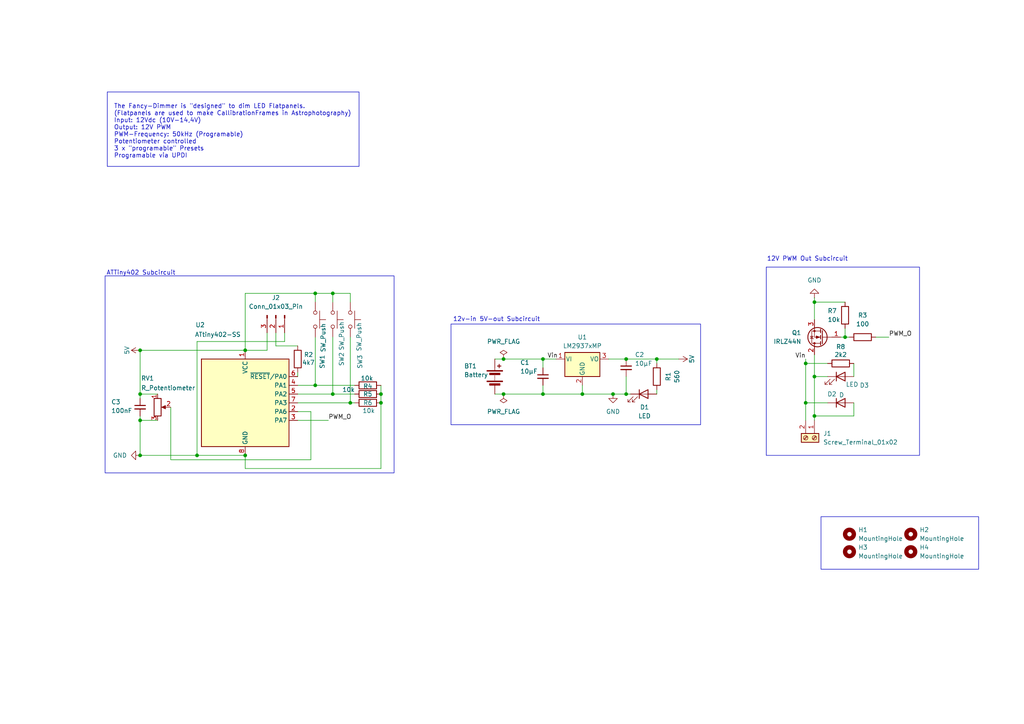
<source format=kicad_sch>
(kicad_sch (version 20250114) (generator "eeschema") (generator_version "9.0")
  (paper "A4")
  (title_block (title "Fancy-Dimmer (ATTiny402_PWM)") (date "2025-03-24") (rev "1"))
  (lib_symbols
    (symbol "Connector:Conn_01x03_Pin" (pin_names (offset 1.016) (hide yes))
      (property "Reference" "J" (at 0 5.08 0))
      (property "Value" "Conn_01x03_Pin" (at 0 -5.08 0))
      (symbol "Conn_01x03_Pin_1_1"
        (rectangle (start 0.8636 2.667) (end 0 2.413) (stroke (width 0.1524)) (fill (type outline)))
        (rectangle (start 0.8636 0.127) (end 0 -0.127) (stroke (width 0.1524)) (fill (type outline)))
        (rectangle (start 0.8636 -2.413) (end 0 -2.667) (stroke (width 0.1524)) (fill (type outline)))
        (polyline (pts (xy 1.27 2.54) (xy 0.8636 2.54)) (stroke (width 0.1524)))
        (polyline (pts (xy 1.27 0) (xy 0.8636 0)) (stroke (width 0.1524)))
        (polyline (pts (xy 1.27 -2.54) (xy 0.8636 -2.54)) (stroke (width 0.1524)))
        (pin passive line (at 5.08 2.54 180) (length 3.81) (name "Pin_1") (number "1"))
        (pin passive line (at 5.08 0 180) (length 3.81) (name "Pin_2") (number "2"))
        (pin passive line (at 5.08 -2.54 180) (length 3.81) (name "Pin_3") (number "3"))
      )
    )
    (symbol "Connector:Screw_Terminal_01x02" (pin_names (offset 1.016) (hide yes))
      (property "Reference" "J" (at 0 2.54 0))
      (property "Value" "Screw_Terminal_01x02" (at 0 -5.08 0))
      (symbol "Screw_Terminal_01x02_1_1"
        (rectangle (start -1.27 1.27) (end 1.27 -3.81) (stroke (width 0.254)) (fill (type background)))
        (polyline (pts (xy -0.5334 0.3302) (xy 0.3302 -0.508)) (stroke (width 0.1524)))
        (polyline (pts (xy -0.5334 -2.2098) (xy 0.3302 -3.048)) (stroke (width 0.1524)))
        (polyline (pts (xy -0.3556 0.508) (xy 0.508 -0.3302)) (stroke (width 0.1524)))
        (polyline (pts (xy -0.3556 -2.032) (xy 0.508 -2.8702)) (stroke (width 0.1524)))
        (circle (center 0 0) (radius 0.635) (stroke (width 0.1524)))
        (circle (center 0 -2.54) (radius 0.635) (stroke (width 0.1524)))
        (pin passive line (at -5.08 0 0) (length 3.81) (name "Pin_1") (number "1"))
        (pin passive line (at -5.08 -2.54 0) (length 3.81) (name "Pin_2") (number "2"))
      )
    )
    (symbol "Device:Battery" (pin_numbers (hide yes)) (pin_names (offset 0) (hide yes))
      (property "Reference" "BT" (at 2.54 2.54 0))
      (property "Value" "Battery" (at 2.54 0 0))
      (symbol "Battery_0_1"
        (rectangle (start -2.286 1.778) (end 2.286 1.524) (fill (type outline)))
        (rectangle (start -2.286 -1.27) (end 2.286 -1.524) (fill (type outline)))
        (rectangle (start -1.524 1.016) (end 1.524 0.508) (fill (type outline)))
        (rectangle (start -1.524 -2.032) (end 1.524 -2.54) (fill (type outline)))
        (polyline (pts (xy 0 1.778) (xy 0 2.54)))
        (polyline (pts (xy 0 0) (xy 0 0.254)))
        (polyline (pts (xy 0 -0.508) (xy 0 -0.254)))
        (polyline (pts (xy 0 -1.016) (xy 0 -0.762)))
        (polyline (pts (xy 0.762 3.048) (xy 1.778 3.048)) (stroke (width 0.254)))
        (polyline (pts (xy 1.27 3.556) (xy 1.27 2.54)) (stroke (width 0.254)))
      )
      (symbol "Battery_1_1"
        (pin passive line (at 0 5.08 270) (length 2.54) (name "+") (number "1"))
        (pin passive line (at 0 -5.08 90) (length 2.54) (name "-") (number "2"))
      )
    )
    (symbol "Device:D" (pin_numbers (hide yes)) (pin_names (offset 1.016) (hide yes))
      (property "Reference" "D" (at 0 2.54 0))
      (property "Value" "D" (at 0 -2.54 0))
      (symbol "D_0_1"
        (polyline (pts (xy -1.27 1.27) (xy -1.27 -1.27)) (stroke (width 0.254)))
        (polyline (pts (xy 1.27 1.27) (xy 1.27 -1.27) (xy -1.27 0) (xy 1.27 1.27)) (stroke (width 0.254)))
        (polyline (pts (xy 1.27 0) (xy -1.27 0)))
      )
      (symbol "D_1_1"
        (pin passive line (at -3.81 0 0) (length 2.54) (name "K") (number "1"))
        (pin passive line (at 3.81 0 180) (length 2.54) (name "A") (number "2"))
      )
    )
    (symbol "Device:R" (pin_numbers (hide yes)) (pin_names (offset 0))
      (property "Reference" "R" (at 2.032 0 90))
      (property "Value" "R" (at 0 0 90))
      (symbol "R_0_1"
        (rectangle (start -1.016 -2.54) (end 1.016 2.54) (stroke (width 0.254)))
      )
      (symbol "R_1_1"
        (pin passive line (at 0 3.81 270) (length 1.27) (name "~") (number "1"))
        (pin passive line (at 0 -3.81 90) (length 1.27) (name "~") (number "2"))
      )
    )
    (symbol "Device:R_Potentiometer" (pin_names (offset 1.016) (hide yes))
      (property "Reference" "RV" (at -4.445 0 90))
      (property "Value" "R_Potentiometer" (at -2.54 0 90))
      (symbol "R_Potentiometer_0_1"
        (rectangle (start 1.016 2.54) (end -1.016 -2.54) (stroke (width 0.254)))
        (polyline (pts (xy 1.143 0) (xy 2.286 0.508) (xy 2.286 -0.508) (xy 1.143 0)) (fill (type outline)))
        (polyline (pts (xy 2.54 0) (xy 1.524 0)))
      )
      (symbol "R_Potentiometer_1_1"
        (pin passive line (at 0 3.81 270) (length 1.27) (name "1") (number "1"))
        (pin passive line (at 0 -3.81 90) (length 1.27) (name "3") (number "3"))
        (pin passive line (at 3.81 0 180) (length 1.27) (name "2") (number "2"))
      )
    )
    (symbol "MCU_Microchip_ATtiny:ATtiny402-SS"
      (property "Reference" "U" (at -12.7 13.97 0))
      (property "Value" "ATtiny402-SS" (at 2.54 -13.97 0))
      (symbol "ATtiny402-SS_0_1"
        (rectangle (start -12.7 -12.7) (end 12.7 12.7) (stroke (width 0.254)) (fill (type background)))
      )
      (symbol "ATtiny402-SS_1_1"
        (pin power_in line (at 0 15.24 270) (length 2.54) (name "VCC") (number "1"))
        (pin power_in line (at 0 -15.24 90) (length 2.54) (name "GND") (number "8"))
        (pin bidirectional line (at 15.24 7.62 180) (length 2.54) (name "~{RESET}/PA0") (number "6"))
        (pin bidirectional line (at 15.24 5.08 180) (length 2.54) (name "PA1") (number "4"))
        (pin bidirectional line (at 15.24 2.54 180) (length 2.54) (name "PA2") (number "5"))
        (pin bidirectional line (at 15.24 0 180) (length 2.54) (name "PA3") (number "7"))
        (pin bidirectional line (at 15.24 -2.54 180) (length 2.54) (name "PA6") (number "2"))
        (pin bidirectional line (at 15.24 -5.08 180) (length 2.54) (name "PA7") (number "3"))
      )
    )
    (symbol "Mechanical:MountingHole" (pin_names (offset 1.016)) (exclude_from_sim yes) (in_bom no)
      (property "Reference" "H" (at 0 5.08 0))
      (property "Value" "MountingHole" (at 0 3.175 0))
      (symbol "MountingHole_0_1"
        (circle (center 0 0) (radius 1.27) (stroke (width 1.27)))
      )
    )
    (symbol "Regulator_Linear:LM2937xMP" (pin_names (offset 0.254))
      (property "Reference" "U" (at -3.81 3.175 0))
      (property "Value" "LM2937xMP" (at 0 3.175 0))
      (symbol "LM2937xMP_0_1"
        (rectangle (start -5.08 -5.08) (end 5.08 1.905) (stroke (width 0.254)) (fill (type background)))
      )
      (symbol "LM2937xMP_1_1"
        (pin power_in line (at -7.62 0 0) (length 2.54) (name "VI") (number "1"))
        (pin power_in line (at 0 -7.62 90) (length 2.54) (name "GND") (number "2"))
        (pin power_out line (at 7.62 0 180) (length 2.54) (name "VO") (number "3"))
      )
    )
    (symbol "SparkFun-Capacitor:C" (pin_numbers (hide yes)) (pin_names (offset 0.254))
      (property "Reference" "C" (at 0.635 2.54 0))
      (property "Value" "C" (at 0.635 -2.54 0))
      (property "Voltage" "1kV" (at 0 -6.35 0))
      (property "Tolerance" "100%" (at 0 -8.89 0))
      (symbol "C_0_1"
        (polyline (pts (xy -1.524 0.508) (xy 1.524 0.508)) (stroke (width 0.3048)))
        (polyline (pts (xy -1.524 -0.508) (xy 1.524 -0.508)) (stroke (width 0.3302)))
      )
      (symbol "C_1_1"
        (pin passive line (at 0 2.54 270) (length 2.032) (name "~") (number "1"))
        (pin passive line (at 0 -2.54 90) (length 2.032) (name "~") (number "2"))
      )
    )
    (symbol "SparkFun-LED:LED" (pin_numbers (hide yes)) (pin_names (offset 1.016) (hide yes))
      (property "Reference" "D" (at 0 2.54 0))
      (property "Value" "LED" (at 0 -2.54 0))
      (symbol "LED_0_1"
        (polyline (pts (xy -3.048 -0.762) (xy -4.572 -2.286) (xy -3.81 -2.286) (xy -4.572 -2.286) (xy -4.572 -1.524)))
        (polyline (pts (xy -1.778 -0.762) (xy -3.302 -2.286) (xy -2.54 -2.286) (xy -3.302 -2.286) (xy -3.302 -1.524)))
        (polyline (pts (xy -1.27 0) (xy 1.27 0)))
        (polyline (pts (xy -1.27 -1.27) (xy -1.27 1.27)) (stroke (width 0.254)))
        (polyline (pts (xy 1.27 -1.27) (xy 1.27 1.27) (xy -1.27 0) (xy 1.27 -1.27)) (stroke (width 0.254)))
      )
      (symbol "LED_1_1"
        (pin passive line (at -3.81 0 0) (length 2.54) (name "K") (number "1"))
        (pin passive line (at 3.81 0 180) (length 2.54) (name "A") (number "2"))
      )
    )
    (symbol "SparkFun-PowerSymbol:5V" (power) (pin_names (offset 0))
      (property "Value" "5V" (at 0 3.81 0))
      (symbol "5V_0_1"
        (polyline (pts (xy -0.762 1.27) (xy 0 2.54)))
        (polyline (pts (xy 0 2.54) (xy 0.762 1.27)))
        (polyline (pts (xy 0 0) (xy 0 2.54)))
      )
      (symbol "5V_1_1"
        (pin power_in line (at 0 0 90) (length 0) (hide yes) (name "5V") (number "1"))
      )
    )
    (symbol "Switch:SW_Push" (pin_numbers (hide yes)) (pin_names (offset 1.016) (hide yes))
      (property "Reference" "SW" (at 1.27 2.54 0))
      (property "Value" "SW_Push" (at 0 -1.524 0))
      (symbol "SW_Push_0_1"
        (circle (center -2.032 0) (radius 0.508))
        (polyline (pts (xy 0 1.27) (xy 0 3.048)))
        (circle (center 2.032 0) (radius 0.508))
        (polyline (pts (xy 2.54 1.27) (xy -2.54 1.27)))
        (pin passive line (at -5.08 0 0) (length 2.54) (name "1") (number "1"))
        (pin passive line (at 5.08 0 180) (length 2.54) (name "2") (number "2"))
      )
    )
    (symbol "Transistor_FET:IRLZ44N" (pin_names (hide yes))
      (property "Reference" "Q" (at 5.08 1.905 0))
      (property "Value" "IRLZ44N" (at 5.08 0 0))
      (symbol "IRLZ44N_0_1"
        (polyline (pts (xy 0.254 1.905) (xy 0.254 -1.905)) (stroke (width 0.254)))
        (polyline (pts (xy 0.254 0) (xy -2.54 0)))
        (polyline (pts (xy 0.762 2.286) (xy 0.762 1.27)) (stroke (width 0.254)))
        (polyline (pts (xy 0.762 0.508) (xy 0.762 -0.508)) (stroke (width 0.254)))
        (polyline (pts (xy 0.762 -1.27) (xy 0.762 -2.286)) (stroke (width 0.254)))
        (polyline (pts (xy 0.762 -1.778) (xy 3.302 -1.778) (xy 3.302 1.778) (xy 0.762 1.778)))
        (polyline (pts (xy 1.016 0) (xy 2.032 0.381) (xy 2.032 -0.381) (xy 1.016 0)) (fill (type outline)))
        (circle (center 1.651 0) (radius 2.794) (stroke (width 0.254)))
        (polyline (pts (xy 2.54 2.54) (xy 2.54 1.778)))
        (circle (center 2.54 1.778) (radius 0.254) (fill (type outline)))
        (circle (center 2.54 -1.778) (radius 0.254) (fill (type outline)))
        (polyline (pts (xy 2.54 -2.54) (xy 2.54 0) (xy 0.762 0)))
        (polyline (pts (xy 2.794 0.508) (xy 2.921 0.381) (xy 3.683 0.381) (xy 3.81 0.254)))
        (polyline (pts (xy 3.302 0.381) (xy 2.921 -0.254) (xy 3.683 -0.254) (xy 3.302 0.381)))
      )
      (symbol "IRLZ44N_1_1"
        (pin input line (at -5.08 0 0) (length 2.54) (name "G") (number "1"))
        (pin passive line (at 2.54 5.08 270) (length 2.54) (name "D") (number "2"))
        (pin passive line (at 2.54 -5.08 90) (length 2.54) (name "S") (number "3"))
      )
    )
    (symbol "power:GND" (power) (pin_numbers (hide yes)) (pin_names (offset 0) (hide yes))
      (property "Value" "GND" (at 0 -3.81 0))
      (symbol "GND_0_1"
        (polyline (pts (xy 0 0) (xy 0 -1.27) (xy 1.27 -1.27) (xy 0 -2.54) (xy -1.27 -1.27) (xy 0 -1.27)))
      )
      (symbol "GND_1_1"
        (pin power_in line (at 0 0 270) (length 0) (name "~") (number "1"))
      )
    )
    (symbol "power:PWR_FLAG" (power) (pin_numbers (hide yes)) (pin_names (offset 0) (hide yes))
      (property "Value" "PWR_FLAG" (at 0 3.81 0))
      (symbol "PWR_FLAG_0_0"
        (pin power_out line (at 0 0 90) (length 0) (name "~") (number "1"))
      )
      (symbol "PWR_FLAG_0_1"
        (polyline (pts (xy 0 0) (xy 0 1.27) (xy -1.016 1.905) (xy 0 2.54) (xy 1.016 1.905) (xy 0 1.27)))
      )
    )
  )
  (rectangle (start 31.115 26.67) (end 104.14 48.26))
  (rectangle (start 130.81 93.98) (end 203.2 123.19))
  (rectangle (start 30.48 80.01) (end 114.3 137.16))
  (rectangle (start 222.25 77.47) (end 266.7 132.08))
  (rectangle (start 238.125 149.86) (end 283.845 165.1))
  (text "12V PWM Out Subcircuit" (at 234.188 75.184 0) (effects (font (size 1.27 1.27))))
  (text "12v-in 5V-out Subcircuit" (at 144.018 92.71 0) (effects (font (size 1.27 1.27))))
  (text "ATTiny402 Subcircuit" (at 40.894 79.248 0) (effects (font (size 1.27 1.27))))
  (text "The Fancy-Dimmer is \"designed\" to dim LED Flatpanels.\n(Flatpanels are used to make CallibrationFrames in Astrophotography)\nInput: 12Vdc (10V-14,4V)\nOutput: 12V PWM\nPWM-Frequency: 50kHz (Programable)\nPotentiometer controlled\n3 x \"programable\" Presets\nProgramable via UPDI" (at 33.02 38.1 0) (effects (font (size 1.27 1.27)) (justify left)))
  (junction (at 236.22 87.63))
  (junction (at 190.5 104.14))
  (junction (at 245.11 97.79))
  (junction (at 168.91 114.3))
  (junction (at 101.6 116.84))
  (junction (at 110.49 114.3))
  (junction (at 236.22 109.22))
  (junction (at 96.52 85.09))
  (junction (at 96.52 114.3))
  (junction (at 57.15 132.08))
  (junction (at 146.05 104.14))
  (junction (at 157.48 114.3))
  (junction (at 110.49 116.84))
  (junction (at 91.44 85.09))
  (junction (at 40.64 121.92))
  (junction (at 146.05 114.3))
  (junction (at 40.64 114.3))
  (junction (at 157.48 104.14))
  (junction (at 71.12 101.6))
  (junction (at 40.64 132.08))
  (junction (at 181.61 114.3))
  (junction (at 236.22 120.65))
  (junction (at 177.8 114.3))
  (junction (at 40.64 101.6))
  (junction (at 91.44 111.76))
  (junction (at 233.68 105.41))
  (junction (at 233.68 116.84))
  (junction (at 181.61 104.14))
  (junction (at 71.12 132.08))
  (wire (pts (xy 71.12 135.89) (xy 71.12 132.08)))
  (wire (pts (xy 236.22 102.87) (xy 236.22 109.22)))
  (wire (pts (xy 143.51 104.14) (xy 146.05 104.14)))
  (wire (pts (xy 101.6 97.79) (xy 101.6 116.84)))
  (wire (pts (xy 146.05 104.14) (xy 157.48 104.14)))
  (wire (pts (xy 236.22 109.22) (xy 240.03 109.22)))
  (wire (pts (xy 182.88 114.3) (xy 181.61 114.3)))
  (wire (pts (xy 236.22 109.22) (xy 236.22 120.65)))
  (wire (pts (xy 71.12 85.09) (xy 71.12 101.6)))
  (wire (pts (xy 157.48 104.14) (xy 161.29 104.14)))
  (wire (pts (xy 157.48 111.76) (xy 157.48 114.3)))
  (wire (pts (xy 143.51 114.3) (xy 146.05 114.3)))
  (wire (pts (xy 254 97.79) (xy 257.81 97.79)))
  (wire (pts (xy 190.5 104.14) (xy 196.85 104.14)))
  (wire (pts (xy 110.49 111.76) (xy 110.49 114.3)))
  (wire (pts (xy 168.91 111.76) (xy 168.91 114.3)))
  (wire (pts (xy 90.17 119.38) (xy 90.17 133.35)))
  (wire (pts (xy 245.11 95.25) (xy 245.11 97.79)))
  (wire (pts (xy 190.5 113.03) (xy 190.5 114.3)))
  (wire (pts (xy 40.64 114.3) (xy 45.72 114.3)))
  (wire (pts (xy 91.44 111.76) (xy 102.87 111.76)))
  (wire (pts (xy 40.64 132.08) (xy 40.64 121.92)))
  (wire (pts (xy 233.68 116.84) (xy 240.03 116.84)))
  (wire (pts (xy 40.64 101.6) (xy 40.64 114.3)))
  (wire (pts (xy 91.44 85.09) (xy 96.52 85.09)))
  (wire (pts (xy 96.52 85.09) (xy 101.6 85.09)))
  (wire (pts (xy 91.44 97.79) (xy 91.44 111.76)))
  (wire (pts (xy 82.55 96.52) (xy 82.55 99.06)))
  (wire (pts (xy 157.48 106.68) (xy 157.48 104.14)))
  (wire (pts (xy 40.64 132.08) (xy 57.15 132.08)))
  (wire (pts (xy 57.15 99.06) (xy 57.15 132.08)))
  (wire (pts (xy 110.49 114.3) (xy 110.49 116.84)))
  (wire (pts (xy 77.47 96.52) (xy 77.47 101.6)))
  (wire (pts (xy 101.6 116.84) (xy 102.87 116.84)))
  (wire (pts (xy 181.61 104.14) (xy 190.5 104.14)))
  (wire (pts (xy 157.48 114.3) (xy 168.91 114.3)))
  (wire (pts (xy 181.61 109.22) (xy 181.61 114.3)))
  (wire (pts (xy 40.64 121.92) (xy 40.64 120.65)))
  (wire (pts (xy 247.65 105.41) (xy 247.65 109.22)))
  (wire (pts (xy 57.15 132.08) (xy 71.12 132.08)))
  (wire (pts (xy 91.44 85.09) (xy 91.44 87.63)))
  (wire (pts (xy 176.53 104.14) (xy 181.61 104.14)))
  (wire (pts (xy 236.22 120.65) (xy 236.22 121.92)))
  (wire (pts (xy 96.52 85.09) (xy 96.52 87.63)))
  (wire (pts (xy 233.68 105.41) (xy 240.03 105.41)))
  (wire (pts (xy 86.36 121.92) (xy 95.25 121.92)))
  (wire (pts (xy 96.52 97.79) (xy 96.52 114.3)))
  (wire (pts (xy 110.49 135.89) (xy 71.12 135.89)))
  (wire (pts (xy 110.49 116.84) (xy 110.49 135.89)))
  (wire (pts (xy 233.68 104.14) (xy 233.68 105.41)))
  (wire (pts (xy 236.22 86.36) (xy 236.22 87.63)))
  (wire (pts (xy 233.68 105.41) (xy 233.68 116.84)))
  (wire (pts (xy 86.36 119.38) (xy 90.17 119.38)))
  (wire (pts (xy 86.36 107.95) (xy 86.36 109.22)))
  (wire (pts (xy 40.64 114.3) (xy 40.64 115.57)))
  (wire (pts (xy 80.01 100.33) (xy 80.01 96.52)))
  (wire (pts (xy 71.12 101.6) (xy 40.64 101.6)))
  (wire (pts (xy 77.47 101.6) (xy 71.12 101.6)))
  (wire (pts (xy 190.5 104.14) (xy 190.5 105.41)))
  (wire (pts (xy 82.55 99.06) (xy 57.15 99.06)))
  (wire (pts (xy 177.8 114.3) (xy 168.91 114.3)))
  (wire (pts (xy 233.68 116.84) (xy 233.68 121.92)))
  (wire (pts (xy 245.11 97.79) (xy 246.38 97.79)))
  (wire (pts (xy 49.53 133.35) (xy 49.53 118.11)))
  (wire (pts (xy 71.12 85.09) (xy 91.44 85.09)))
  (wire (pts (xy 86.36 111.76) (xy 91.44 111.76)))
  (wire (pts (xy 86.36 116.84) (xy 101.6 116.84)))
  (wire (pts (xy 247.65 116.84) (xy 247.65 120.65)))
  (wire (pts (xy 90.17 133.35) (xy 49.53 133.35)))
  (wire (pts (xy 236.22 87.63) (xy 236.22 92.71)))
  (wire (pts (xy 96.52 114.3) (xy 102.87 114.3)))
  (wire (pts (xy 236.22 87.63) (xy 245.11 87.63)))
  (wire (pts (xy 86.36 114.3) (xy 96.52 114.3)))
  (wire (pts (xy 181.61 114.3) (xy 177.8 114.3)))
  (wire (pts (xy 101.6 85.09) (xy 101.6 87.63)))
  (wire (pts (xy 40.64 121.92) (xy 45.72 121.92)))
  (wire (pts (xy 243.84 97.79) (xy 245.11 97.79)))
  (wire (pts (xy 247.65 120.65) (xy 236.22 120.65)))
  (wire (pts (xy 86.36 100.33) (xy 80.01 100.33)))
  (wire (pts (xy 146.05 114.3) (xy 157.48 114.3)))
  (label "Vin" (at 158.75 104.14 0))
  (label "Vin" (at 233.68 104.14 180))
  (label "PWM_O" (at 257.81 97.79 0))
  (label "PWM_O" (at 95.25 121.92 0))
  (symbol (lib_id "Device:R") (at 245.11 91.44 0) (unit 1)
    (property "Reference" "R7" (at 240.03 90.17 0) (effects (justify left)))
    (property "Value" "10k" (at 240.03 92.71 0) (effects (justify left)))
    (property "Footprint" "Resistor_SMD:R_0805_2012Metric" (effects (hide yes)))
    (property "Description" "Resistor" (effects (hide yes)))
  )
  (symbol (lib_id "SparkFun-Capacitor:C") (at 40.64 118.11 0) (unit 1)
    (property "Reference" "C3" (at 32.258 116.586 0) (effects (justify left)))
    (property "Value" "100nF" (at 32.258 119.126 0) (effects (justify left)))
    (property "Footprint" "Capacitor_SMD:C_0603_1608Metric" (effects (hide yes)))
    (property "Datasheet" "https://cdn.sparkfun.com/assets/8/a/4/a/5/Kemet_Capacitor_Datasheet.pdf" (effects (hide yes)))
    (property "Description" "Unpolarized capacitor" (effects (hide yes)))
    (property "PROD_ID" "CAP-00000" (effects (hide yes)))
    (property "Voltage" "1kV" (effects (hide yes)))
    (property "Tolerance" "100%" (effects (hide yes)))
  )
  (symbol (lib_id "Switch:SW_Push") (at 96.52 92.71 270) (unit 1)
    (property "Reference" "SW2" (at 99.06 102.108 0) (effects (justify left)))
    (property "Value" "SW_Push" (at 99.06 93.218 0) (effects (justify left)))
    (property "Footprint" "Button_Switch_SMD:SW_SPST_B3SL-1002P" (effects (hide yes)))
    (property "Description" "Push button switch, generic, two pins" (effects (hide yes)))
  )
  (symbol (lib_id "power:PWR_FLAG") (at 146.05 104.14 0) (unit 1)
    (property "Reference" "#FLG01" (effects (hide yes)))
    (property "Value" "PWR_FLAG" (at 146.05 99.06 0))
    (property "Description" "Special symbol for telling ERC where power comes from" (effects (hide yes)))
  )
  (symbol (lib_id "SparkFun-Capacitor:C") (at 181.61 106.68 0) (unit 1)
    (property "Reference" "C2" (at 184.15 102.8762 0) (effects (justify left)))
    (property "Value" "10µF" (at 184.15 105.4162 0) (effects (justify left)))
    (property "Footprint" "Capacitor_SMD:C_0805_2012Metric" (effects (hide yes)))
    (property "Datasheet" "https://cdn.sparkfun.com/assets/8/a/4/a/5/Kemet_Capacitor_Datasheet.pdf" (effects (hide yes)))
    (property "Description" "Unpolarized capacitor" (effects (hide yes)))
    (property "PROD_ID" "CAP-00000" (effects (hide yes)))
    (property "Voltage" "1kV" (effects (hide yes)))
    (property "Tolerance" "100%" (effects (hide yes)))
  )
  (symbol (lib_id "MCU_Microchip_ATtiny:ATtiny402-SS") (at 71.12 116.84 0) (unit 1)
    (property "Reference" "U2" (at 59.436 94.234 0) (effects (justify right)))
    (property "Value" "ATtiny402-SS" (at 69.85 97.028 0) (effects (justify right)))
    (property "Footprint" "Package_SO:SOIC-8_3.9x4.9mm_P1.27mm" (effects (hide yes)))
    (property "Datasheet" "http://ww1.microchip.com/downloads/en/DeviceDoc/ATtiny202-402-AVR-MCU-with-Core-Independent-Peripherals_and-picoPower-40001969A.pdf" (effects (hide yes)))
    (property "Description" "20MHz, 4kB Flash, 256B SRAM, 128B EEPROM, SOIC-8" (effects (hide yes)))
    (property "Link" "https://www.mouser.at/ProductDetail/571-2828363" (effects (hide yes)))
  )
  (symbol (lib_id "Device:R") (at 250.19 97.79 90) (unit 1)
    (property "Reference" "R3" (at 250.19 91.44 90))
    (property "Value" "100" (at 250.19 93.98 90))
    (property "Footprint" "Resistor_SMD:R_0805_2012Metric" (effects (hide yes)))
    (property "Description" "Resistor" (effects (hide yes)))
  )
  (symbol (lib_id "Connector:Screw_Terminal_01x02") (at 236.22 127 270) (unit 1)
    (property "Reference" "J1" (at 238.76 125.7299 90) (effects (justify left)))
    (property "Value" "Screw_Terminal_01x02" (at 238.76 128.2699 90) (effects (justify left)))
    (property "Footprint" "TerminalBlock:TerminalBlock_MaiXu_MX126-5.0-02P_1x02_P5.00mm" (effects (hide yes)))
    (property "Description" "Generic screw terminal, single row, 01x02, script generated (kicad-library-utils/schlib/autogen/connector/)" (effects (hide yes)))
    (property "Link" "https://www.mouser.at/ProductDetail/571-2828362" (effects (hide yes)))
  )
  (symbol (lib_id "Mechanical:MountingHole") (at 246.38 160.02 0) (unit 1) (exclude_from_sim yes) (in_bom no)
    (property "Reference" "H3" (at 248.92 158.7499 0) (effects (justify left)))
    (property "Value" "MountingHole" (at 248.92 161.2899 0) (effects (justify left)))
    (property "Footprint" "MountingHole:MountingHole_3.2mm_M3_DIN965" (effects (hide yes)))
    (property "Description" "Mounting Hole without connection" (effects (hide yes)))
  )
  (symbol (lib_id "power:GND") (at 236.22 86.36 180) (unit 1)
    (property "Reference" "#PWR08" (effects (hide yes)))
    (property "Value" "GND" (at 236.22 81.28 0))
    (property "Description" "Power symbol creates a global label with name \"GND\" , ground" (effects (hide yes)))
  )
  (symbol (lib_id "Device:R") (at 106.68 116.84 90) (unit 1)
    (property "Reference" "R6" (at 106.68 116.84 90))
    (property "Value" "10k" (at 106.934 119.126 90))
    (property "Footprint" "Resistor_SMD:R_0805_2012Metric" (effects (hide yes)))
    (property "Description" "Resistor" (effects (hide yes)))
  )
  (symbol (lib_id "power:GND") (at 40.64 132.08 270) (unit 1)
    (property "Reference" "#PWR05" (effects (hide yes)))
    (property "Value" "GND" (at 36.83 132.0799 90) (effects (justify right)))
    (property "Description" "Power symbol creates a global label with name \"GND\" , ground" (effects (hide yes)))
  )
  (symbol (lib_id "Device:Battery") (at 143.51 109.22 0) (unit 1)
    (property "Reference" "BT1" (at 134.62 106.172 0) (effects (justify left)))
    (property "Value" "Battery" (at 134.62 108.712 0) (effects (justify left)))
    (property "Footprint" "TerminalBlock:TerminalBlock_MaiXu_MX126-5.0-02P_1x02_P5.00mm" (effects (hide yes)))
    (property "Description" "Multiple-cell battery" (effects (hide yes)))
    (property "Link" "https://www.mouser.at/ProductDetail/571-2828362" (effects (hide yes)))
  )
  (symbol (lib_id "Mechanical:MountingHole") (at 246.38 154.94 0) (unit 1) (exclude_from_sim yes) (in_bom no)
    (property "Reference" "H1" (at 248.92 153.6699 0) (effects (justify left)))
    (property "Value" "MountingHole" (at 248.92 156.2099 0) (effects (justify left)))
    (property "Footprint" "MountingHole:MountingHole_3.2mm_M3_DIN965" (effects (hide yes)))
    (property "Description" "Mounting Hole without connection" (effects (hide yes)))
  )
  (symbol (lib_id "SparkFun-PowerSymbol:5V") (at 196.85 104.14 270) (unit 1)
    (property "Reference" "#PWR03" (effects (hide yes)))
    (property "Value" "5V" (at 200.66 104.14 0))
    (property "Description" "Power symbol creates a global label with name \"5V\"" (effects (hide yes)))
  )
  (symbol (lib_id "power:GND") (at 177.8 114.3 0) (unit 1)
    (property "Reference" "#PWR04" (effects (hide yes)))
    (property "Value" "GND" (at 177.8 119.38 0))
    (property "Description" "Power symbol creates a global label with name \"GND\" , ground" (effects (hide yes)))
  )
  (symbol (lib_id "Mechanical:MountingHole") (at 264.16 154.94 0) (unit 1) (exclude_from_sim yes) (in_bom no)
    (property "Reference" "H2" (at 266.7 153.6699 0) (effects (justify left)))
    (property "Value" "MountingHole" (at 266.7 156.2099 0) (effects (justify left)))
    (property "Footprint" "MountingHole:MountingHole_3.2mm_M3_DIN965" (effects (hide yes)))
    (property "Description" "Mounting Hole without connection" (effects (hide yes)))
  )
  (symbol (lib_id "Transistor_FET:IRLZ44N") (at 238.76 97.79 180) (unit 1)
    (property "Reference" "Q1" (at 232.41 96.5199 0) (effects (justify left)))
    (property "Value" "IRLZ44N" (at 232.41 99.0599 0) (effects (justify left)))
    (property "Footprint" "Package_TO_SOT_SMD:TO-263-3_TabPin2" (effects (hide yes)))
    (property "Datasheet" "http://www.irf.com/product-info/datasheets/data/irlz44n.pdf" (effects (hide yes)))
    (property "Description" "47A Id, 55V Vds, 22mOhm Rds Single N-Channel HEXFET Power MOSFET, TO-220AB" (effects (hide yes)))
    (property "Link" "https://www.mouser.at/ProductDetail/942-IRLZ44NSTRLPBF" (effects (hide yes)))
  )
  (symbol (lib_id "SparkFun-PowerSymbol:5V") (at 40.64 101.6 90) (unit 1)
    (property "Reference" "#PWR06" (effects (hide yes)))
    (property "Value" "5V" (at 36.83 101.6 0))
    (property "Description" "Power symbol creates a global label with name \"5V\"" (effects (hide yes)))
  )
  (symbol (lib_id "Device:R") (at 106.68 111.76 90) (unit 1)
    (property "Reference" "R4" (at 106.68 112.014 90))
    (property "Value" "10k" (at 106.426 109.728 90))
    (property "Footprint" "Resistor_SMD:R_0805_2012Metric" (effects (hide yes)))
    (property "Description" "Resistor" (effects (hide yes)))
  )
  (symbol (lib_id "Connector:Conn_01x03_Pin") (at 80.01 91.44 270) (unit 1)
    (property "Reference" "J2" (at 80.01 86.36 90))
    (property "Value" "Conn_01x03_Pin" (at 80.01 88.9 90))
    (property "Footprint" "Connector_PinHeader_2.54mm:PinHeader_1x03_P2.54mm_Vertical" (effects (hide yes)))
    (property "Description" "Generic connector, single row, 01x03, script generated" (effects (hide yes)))
  )
  (symbol (lib_id "Device:R") (at 243.84 105.41 90) (unit 1)
    (property "Reference" "R8" (at 243.84 100.584 90))
    (property "Value" "2k2" (at 243.84 102.87 90))
    (property "Footprint" "Resistor_SMD:R_0805_2012Metric" (effects (hide yes)))
    (property "Description" "Resistor" (effects (hide yes)))
  )
  (symbol (lib_id "SparkFun-Capacitor:C") (at 157.48 109.22 0) (unit 1)
    (property "Reference" "C1" (at 150.876 105.156 0) (effects (justify left)))
    (property "Value" "10µF" (at 150.876 107.696 0) (effects (justify left)))
    (property "Footprint" "Capacitor_SMD:C_0805_2012Metric" (effects (hide yes)))
    (property "Datasheet" "https://cdn.sparkfun.com/assets/8/a/4/a/5/Kemet_Capacitor_Datasheet.pdf" (effects (hide yes)))
    (property "Description" "Unpolarized capacitor" (effects (hide yes)))
    (property "PROD_ID" "CAP-00000" (effects (hide yes)))
    (property "Voltage" "1kV" (effects (hide yes)))
    (property "Tolerance" "100%" (effects (hide yes)))
  )
  (symbol (lib_id "Device:R") (at 190.5 109.22 180) (unit 1)
    (property "Reference" "R1" (at 193.802 109.22 90))
    (property "Value" "560" (at 196.342 109.22 90))
    (property "Footprint" "Resistor_SMD:R_0805_2012Metric" (effects (hide yes)))
    (property "Description" "Resistor" (effects (hide yes)))
  )
  (symbol (lib_id "Device:D") (at 243.84 116.84 0) (unit 1)
    (property "Reference" "D2" (at 241.3 114.3 0))
    (property "Value" "D" (at 244.094 114.554 0))
    (property "Footprint" "Diode_SMD:D_0603_1608Metric" (effects (hide yes)))
    (property "Description" "Diode" (effects (hide yes)))
    (property "Sim.Device" "D" (effects (hide yes)))
    (property "Sim.Pins" "1=K 2=A" (effects (hide yes)))
    (property "Link" "https://www.mouser.at/ProductDetail/821-TSS54URGG" (effects (hide yes)))
  )
  (symbol (lib_id "Device:R") (at 86.36 104.14 0) (unit 1)
    (property "Reference" "R2" (at 88.138 102.87 0) (effects (justify left)))
    (property "Value" "4k7" (at 87.63 105.156 0) (effects (justify left)))
    (property "Footprint" "Resistor_SMD:R_0805_2012Metric" (effects (hide yes)))
    (property "Description" "Resistor" (effects (hide yes)))
  )
  (symbol (lib_id "Switch:SW_Push") (at 101.6 92.71 270) (unit 1)
    (property "Reference" "SW3" (at 104.394 102.87 0) (effects (justify left)))
    (property "Value" "SW_Push" (at 104.14 93.472 0) (effects (justify left)))
    (property "Footprint" "Button_Switch_SMD:SW_SPST_B3SL-1002P" (effects (hide yes)))
    (property "Description" "Push button switch, generic, two pins" (effects (hide yes)))
  )
  (symbol (lib_id "Switch:SW_Push") (at 91.44 92.71 270) (unit 1)
    (property "Reference" "SW1" (at 93.472 102.87 0) (effects (justify left)))
    (property "Value" "SW_Push" (at 93.726 93.726 0) (effects (justify left)))
    (property "Footprint" "Button_Switch_SMD:SW_SPST_B3SL-1002P" (effects (hide yes)))
    (property "Description" "Push button switch, generic, two pins" (effects (hide yes)))
  )
  (symbol (lib_id "SparkFun-LED:LED") (at 186.69 114.3 0) (unit 1)
    (property "Reference" "D1" (at 186.944 118.11 0))
    (property "Value" "LED" (at 186.944 120.65 0))
    (property "Footprint" "LED_SMD:LED_0805_2012Metric" (effects (hide yes)))
    (property "Description" "Light emitting diode" (effects (hide yes)))
    (property "PROD_ID" "LED-" (effects (hide yes)))
  )
  (symbol (lib_id "Device:R_Potentiometer") (at 45.72 118.11 0) (unit 1)
    (property "Reference" "RV1" (at 44.704 109.728 0) (effects (justify right)))
    (property "Value" "R_Potentiometer" (at 56.642 112.522 0) (effects (justify right)))
    (property "Footprint" "TerminalBlock:TerminalBlock_MaiXu_MX126-5.0-03P_1x03_P5.00mm" (effects (hide yes)))
    (property "Description" "Potentiometer" (effects (hide yes)))
  )
  (symbol (lib_id "Regulator_Linear:LM2937xMP") (at 168.91 104.14 0) (unit 1)
    (property "Reference" "U1" (at 168.91 97.79 0))
    (property "Value" "LM2937xMP" (at 168.91 100.33 0))
    (property "Footprint" "Package_TO_SOT_SMD:TO-263-3_TabPin4" (effects (hide yes)))
    (property "Datasheet" "http://www.ti.com/lit/ds/symlink/lm2937.pdf" (effects (hide yes)))
    (property "Description" "500-mA Low Dropout Regulator, SOT-223" (effects (hide yes)))
    (property "Link" "https://www.mouser.at/ProductDetail/Texas-Instruments/LM2937ES-5.0-NOPB?qs=X1J7HmVL2ZE4orr5bA%2Fm4A%3D%3D" (effects (hide yes)))
  )
  (symbol (lib_id "SparkFun-LED:LED") (at 243.84 109.22 0) (unit 1)
    (property "Reference" "D3" (at 250.698 111.76 0))
    (property "Value" "LED" (at 247.142 111.506 0))
    (property "Footprint" "LED_SMD:LED_0805_2012Metric" (effects (hide yes)))
    (property "Description" "Light emitting diode" (effects (hide yes)))
    (property "PROD_ID" "LED-" (effects (hide yes)))
  )
  (symbol (lib_id "power:PWR_FLAG") (at 146.05 114.3 180) (unit 1)
    (property "Reference" "#FLG03" (effects (hide yes)))
    (property "Value" "PWR_FLAG" (at 146.05 119.38 0))
    (property "Description" "Special symbol for telling ERC where power comes from" (effects (hide yes)))
  )
  (symbol (lib_id "Mechanical:MountingHole") (at 264.16 160.02 0) (unit 1) (exclude_from_sim yes) (in_bom no)
    (property "Reference" "H4" (at 266.7 158.7499 0) (effects (justify left)))
    (property "Value" "MountingHole" (at 266.7 161.2899 0) (effects (justify left)))
    (property "Footprint" "MountingHole:MountingHole_3.2mm_M3_DIN965" (effects (hide yes)))
    (property "Description" "Mounting Hole without connection" (effects (hide yes)))
  )
  (symbol (lib_id "Device:R") (at 106.68 114.3 90) (unit 1)
    (property "Reference" "R5" (at 106.68 114.3 90))
    (property "Value" "10k" (at 101.092 113.03 90))
    (property "Footprint" "Resistor_SMD:R_0805_2012Metric" (effects (hide yes)))
    (property "Description" "Resistor" (effects (hide yes)))
  )
)
</source>
